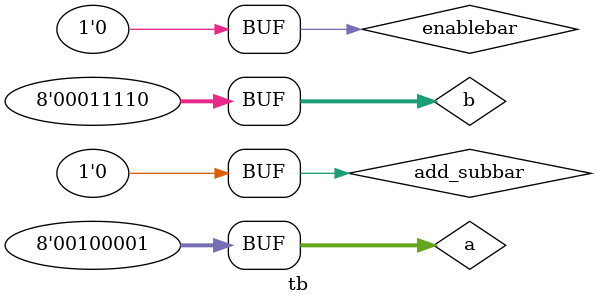
<source format=v>
module alu(
input add_subbar,
input [7:0] a,
input [7:0] b,
input enablebar,
output reg [7:0] alu_output,
output cout
);

wire [7:0] adder_input_b;
wire adder_cin;
wire [7:0] adder_sum;

eight_bit_adder eb(adder_cin,a,adder_input_b,adder_sum,cout);


    assign adder_input_b=add_subbar?b:8'hFF^b;		//COMPLIMENTS B	
    assign adder_cin=add_subbar?1'b0:1'b1;


    always@(*)
    begin
        if(!enablebar)
        begin
            alu_output<=adder_sum;
        end
        else
            alu_output<=64'bz;
    end    


    
endmodule

module eight_bit_adder(
input cin,
input [7:0] a,
input [7:0] b,
output [7:0] sum,
output cout
);
assign {cout,sum}=a+b+cin;
endmodule

module tb;

    reg add_subbar;
    reg [7:0] a;
    reg [7:0] b;
    reg enablebar;
    wire [7:0] alu_output;
    wire cout;
    
    alu alu_dut(add_subbar,a,b,enablebar,alu_output,cout);
    
    initial
    begin
        enablebar=1;a=8'd69;b=8'd7;add_subbar=1;
        #5 enablebar=0;
        #5 add_subbar=0;
        #5 b=8'd30; a=8'd33; add_subbar=1;
        #5 add_subbar=0;
    end
    
    initial
    begin
       $monitor("a : %b    b : %b   alu_output : %b   cout : %b",a,b,alu_output,cout); 
    end

endmodule

</source>
